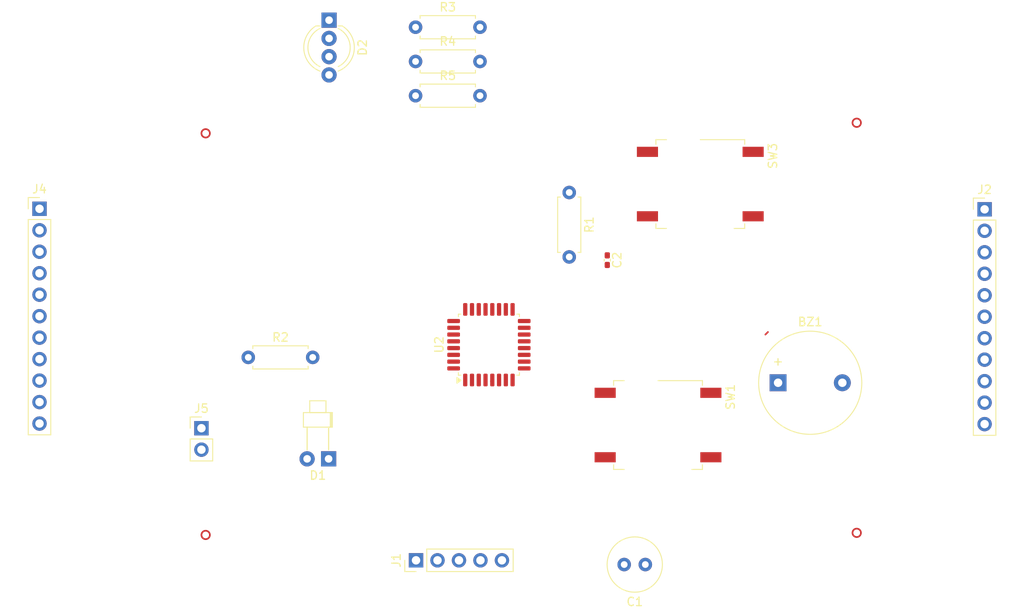
<source format=kicad_pcb>
(kicad_pcb (version 20240108) (generator "pcbnew") (generator_version "8.0")
  (layers (0 "F.Cu" signal) (31 "B.Cu" signal) (34 "B.Paste" user) (35 "F.Paste" user) (36 "B.SilkS" user "B.Silkscreen") (37 "F.SilkS" user "F.Silkscreen") (38 "B.Mask" user) (39 "F.Mask" user) (44 "Edge.Cuts" user))
  (net 0 "")
  (net 1 "LED_R")
  (net 2 "Net-(D1-A)")
  (net 3 "Net-(R1-Pad1)")
  (net 4 "LED_G")
  (net 5 "LED_B")
  (net 6 "Net-(D2-GK)")
  (net 7 "BTN_Code")
  (net 8 "Net-(D2-RK)")
  (net 9 "Net-(D2-BK)")
  (net 10 "GND")
  (net 11 "PA3")
  (net 12 "Buzzer")
  (net 13 "PA2")
  (net 14 "SWDIO")
  (net 15 "PA5")
  (net 16 "PA6")
  (net 17 "PB0")
  (net 18 "SWCLK")
  (net 19 "PA1")
  (net 20 "PA4")
  (net 21 "+3V3")
  (net 22 "NRST")
  (net 23 "Net-(C2-Pad1)")
  (net 24 "+3V5")
  (net 25 "PB5")
  (net 26 "PB7")
  (net 27 "PB3")
  (net 28 "PB6")
  (net 29 "PB4")
  (net 30 "PA15")
  (net 31 "PB8")
  (net 32 "PC6")
  (net 33 "PB1")
  (net 34 "PA0")
  (net 35 "PB9")
  (net 36 "PC14")
  (net 37 "PA9")
  (net 38 "PC15")
  (net 39 "PA10")
  (footprint "Capacitor_SMD:C_0402_1005Metric_Pad0.74x0.62mm_HandSolder" (layer "F.Cu") (at 114.5 124.5 -90)
    (property "Reference" "C2" (at 0 -1.16 90) (layer "F.SilkS"))
    (property "Value" "C")
    (fp_line (start -0.115835 0.36) (end 0.115835 0.36) (stroke (width 0.12)) (layer "F.SilkS"))
    (fp_line (start -0.115835 -0.36) (end 0.115835 -0.36) (stroke (width 0.12)) (layer "F.SilkS"))
    (pad "1" smd roundrect (at -0.5675 0 270) (size 0.735 0.62) (layers "F.Cu" "F.Paste" "F.Mask") (net 23 "Net-(C2-Pad1)"))
    (pad "2" smd roundrect (at 0.5675 0 270) (size 0.735 0.62) (layers "F.Cu" "F.Paste" "F.Mask") (net 7 "BTN_Code"))
  )
  (footprint "Button_Switch_SMD:SW_MEC_5GSH9" (layer "F.Cu") (at 125.5 115.5 -90)
    (property "Reference" "SW3" (at -3.325 -8.575 90) (layer "F.SilkS"))
    (property "Value" "SW_MEC_5E")
    (fp_line (start -5.25 5.25) (end -5.25 4) (stroke (width 0.12)) (layer "F.SilkS"))
    (fp_line (start -4.7 5.25) (end -5.25 5.25) (stroke (width 0.12)) (layer "F.SilkS"))
    (fp_line (start 4.7 5.25) (end 5.25 5.25) (stroke (width 0.12)) (layer "F.SilkS"))
    (fp_line (start 5.25 5.25) (end 5.25 4) (stroke (width 0.12)) (layer "F.SilkS"))
    (fp_line (start -5.25 -5.25) (end -5.25 0) (stroke (width 0.12)) (layer "F.SilkS"))
    (fp_line (start -4.7 -5.25) (end -5.25 -5.25) (stroke (width 0.12)) (layer "F.SilkS"))
    (fp_line (start 4.7 -5.25) (end 5.25 -5.25) (stroke (width 0.12)) (layer "F.SilkS"))
    (fp_line (start 5.25 -5.25) (end 5.25 -4) (stroke (width 0.12)) (layer "F.SilkS"))
    (pad "1" smd rect (at -3.81 -6.25) (size 2.5 1.2) (layers "F.Cu" "F.Paste" "F.Mask") (net 3 "Net-(R1-Pad1)"))
    (pad "2" smd rect (at -3.81 6.25) (size 2.5 1.2) (layers "F.Cu" "F.Paste" "F.Mask") (net 3 "Net-(R1-Pad1)"))
    (pad "3" smd rect (at 3.81 -6.25) (size 2.5 1.2) (layers "F.Cu" "F.Paste" "F.Mask") (net 7 "BTN_Code"))
    (pad "4" smd rect (at 3.81 6.25) (size 2.5 1.2) (layers "F.Cu" "F.Paste" "F.Mask") (net 7 "BTN_Code"))
  )
  (footprint "Resistor_THT:R_Axial_DIN0207_L6.3mm_D2.5mm_P7.62mm_Horizontal" (layer "F.Cu") (at 72.04 136)
    (property "Reference" "R2" (at 3.81 -2.37 0) (layer "F.SilkS"))
    (property "Value" "R")
    (fp_line (start 0.54 -1.37) (end 7.08 -1.37) (stroke (width 0.12)) (layer "F.SilkS"))
    (fp_line (start 0.54 -1.04) (end 0.54 -1.37) (stroke (width 0.12)) (layer "F.SilkS"))
    (fp_line (start 0.54 1.04) (end 0.54 1.37) (stroke (width 0.12)) (layer "F.SilkS"))
    (fp_line (start 0.54 1.37) (end 7.08 1.37) (stroke (width 0.12)) (layer "F.SilkS"))
    (fp_line (start 7.08 -1.37) (end 7.08 -1.04) (stroke (width 0.12)) (layer "F.SilkS"))
    (fp_line (start 7.08 1.37) (end 7.08 1.04) (stroke (width 0.12)) (layer "F.SilkS"))
    (pad "1" thru_hole circle (at 0 0) (size 1.6 1.6) (drill 0.8) (layers "*.Cu" "*.Mask") (net 21 "+3V3"))
    (pad "2" thru_hole oval (at 7.62 0) (size 1.6 1.6) (drill 0.8) (layers "*.Cu" "*.Mask") (net 2 "Net-(D1-A)"))
  )
  (footprint "Connector_PinHeader_2.54mm:PinHeader_1x05_P2.54mm_Vertical" (layer "F.Cu") (at 91.88 160 90)
    (property "Reference" "J1" (at 0 -2.33 90) (layer "F.SilkS"))
    (property "Value" "Conn_01x05")
    (fp_line (start -1.33 -1.33) (end 0 -1.33) (stroke (width 0.12)) (layer "F.SilkS"))
    (fp_line (start -1.33 0) (end -1.33 -1.33) (stroke (width 0.12)) (layer "F.SilkS"))
    (fp_line (start 1.33 1.27) (end 1.33 11.49) (stroke (width 0.12)) (layer "F.SilkS"))
    (fp_line (start -1.33 1.27) (end 1.33 1.27) (stroke (width 0.12)) (layer "F.SilkS"))
    (fp_line (start -1.33 1.27) (end -1.33 11.49) (stroke (width 0.12)) (layer "F.SilkS"))
    (fp_line (start -1.33 11.49) (end 1.33 11.49) (stroke (width 0.12)) (layer "F.SilkS"))
    (pad "1" thru_hole rect (at 0 0 90) (size 1.7 1.7) (drill 1) (layers "*.Cu" "*.Mask") (net 21 "+3V3"))
    (pad "2" thru_hole oval (at 0 2.54 90) (size 1.7 1.7) (drill 1) (layers "*.Cu" "*.Mask") (net 22 "NRST"))
    (pad "3" thru_hole oval (at 0 5.08 90) (size 1.7 1.7) (drill 1) (layers "*.Cu" "*.Mask") (net 18 "SWCLK"))
    (pad "4" thru_hole oval (at 0 7.62 90) (size 1.7 1.7) (drill 1) (layers "*.Cu" "*.Mask") (net 14 "SWDIO"))
    (pad "5" thru_hole oval (at 0 10.16 90) (size 1.7 1.7) (drill 1) (layers "*.Cu" "*.Mask") (net 10 "GND"))
  )
  (footprint "Connector_PinHeader_2.54mm:PinHeader_1x02_P2.54mm_Vertical" (layer "F.Cu") (at 66.5 144.375)
    (property "Reference" "J5" (at 0 -2.33 0) (layer "F.SilkS"))
    (property "Value" "Conn_01x02")
    (fp_line (start -1.33 -1.33) (end 0 -1.33) (stroke (width 0.12)) (layer "F.SilkS"))
    (fp_line (start -1.33 0) (end -1.33 -1.33) (stroke (width 0.12)) (layer "F.SilkS"))
    (fp_line (start -1.33 1.27) (end -1.33 3.87) (stroke (width 0.12)) (layer "F.SilkS"))
    (fp_line (start -1.33 1.27) (end 1.33 1.27) (stroke (width 0.12)) (layer "F.SilkS"))
    (fp_line (start -1.33 3.87) (end 1.33 3.87) (stroke (width 0.12)) (layer "F.SilkS"))
    (fp_line (start 1.33 1.27) (end 1.33 3.87) (stroke (width 0.12)) (layer "F.SilkS"))
    (pad "1" thru_hole rect (at 0 0) (size 1.7 1.7) (drill 1) (layers "*.Cu" "*.Mask") (net 24 "+3V5"))
    (pad "2" thru_hole oval (at 0 2.54) (size 1.7 1.7) (drill 1) (layers "*.Cu" "*.Mask") (net 10 "GND"))
  )
  (footprint "LED_THT:LED_D1.8mm_W1.8mm_H2.4mm_Horizontal_O3.81mm_Z4.9mm" (layer "F.Cu") (at 81.54 148 180)
    (property "Reference" "D1" (at 1.27 -1.96 180) (layer "F.SilkS"))
    (property "Value" "LED")
    (fp_line (start 2.98 5.47) (end 2.98 3.75) (stroke (width 0.12)) (layer "F.SilkS"))
    (fp_line (start 2.98 3.75) (end -0.44 3.75) (stroke (width 0.12)) (layer "F.SilkS"))
    (fp_line (start 2.54 3.75) (end 2.54 3.75) (stroke (width 0.12)) (layer "F.SilkS"))
    (fp_line (start 2.54 3.75) (end 2.54 1.08) (stroke (width 0.12)) (layer "F.SilkS"))
    (fp_line (start 2.54 1.08) (end 2.54 3.75) (stroke (width 0.12)) (layer "F.SilkS"))
    (fp_line (start 2.54 1.08) (end 2.54 1.08) (stroke (width 0.12)) (layer "F.SilkS"))
    (fp_line (start 2.23 6.87) (end 2.23 5.47) (stroke (width 0.12)) (layer "F.SilkS"))
    (fp_line (start 2.23 5.47) (end 0.31 5.47) (stroke (width 0.12)) (layer "F.SilkS"))
    (fp_line (start 0.31 6.87) (end 2.23 6.87) (stroke (width 0.12)) (layer "F.SilkS"))
    (fp_line (start 0.31 5.47) (end 0.31 6.87) (stroke (width 0.12)) (layer "F.SilkS"))
    (fp_line (start 0 3.75) (end 0 3.75) (stroke (width 0.12)) (layer "F.SilkS"))
    (fp_line (start 0 3.75) (end 0 1.08) (stroke (width 0.12)) (layer "F.SilkS"))
    (fp_line (start 0 1.08) (end 0 3.75) (stroke (width 0.12)) (layer "F.SilkS"))
    (fp_line (start 0 1.08) (end 0 1.08) (stroke (width 0.12)) (layer "F.SilkS"))
    (fp_line (start -0.2 3.75) (end -0.2 5.47) (stroke (width 0.12)) (layer "F.SilkS"))
    (fp_line (start -0.32 3.75) (end -0.32 5.47) (stroke (width 0.12)) (layer "F.SilkS"))
    (fp_line (start -0.44 5.47) (end 2.98 5.47) (stroke (width 0.12)) (layer "F.SilkS"))
    (fp_line (start -0.44 3.75) (end -0.44 5.47) (stroke (width 0.12)) (layer "F.SilkS"))
    (pad "1" thru_hole rect (at 0 0 180) (size 1.8 1.8) (drill 0.9) (layers "*.Cu" "*.Mask") (net 10 "GND"))
    (pad "2" thru_hole circle (at 2.54 0 180) (size 1.8 1.8) (drill 0.9) (layers "*.Cu" "*.Mask") (net 2 "Net-(D1-A)"))
  )
  (footprint "Connector_PinHeader_2.54mm:PinHeader_1x11_P2.54mm_Vertical" (layer "F.Cu") (at 47.35 118.425)
    (property "Reference" "J4" (at 0 -2.33 0) (layer "F.SilkS"))
    (property "Value" "Conn_01x07")
    (fp_line (start -1.33 -1.33) (end 0 -1.33) (stroke (width 0.12)) (layer "F.SilkS"))
    (fp_line (start -1.33 0) (end -1.33 -1.33) (stroke (width 0.12)) (layer "F.SilkS"))
    (fp_line (start -1.33 1.27) (end -1.33 26.73) (stroke (width 0.12)) (layer "F.SilkS"))
    (fp_line (start -1.33 1.27) (end 1.33 1.27) (stroke (width 0.12)) (layer "F.SilkS"))
    (fp_line (start -1.33 26.73) (end 1.33 26.73) (stroke (width 0.12)) (layer "F.SilkS"))
    (fp_line (start 1.33 1.27) (end 1.33 26.73) (stroke (width 0.12)) (layer "F.SilkS"))
    (pad "1" thru_hole rect (at 0 0) (size 1.7 1.7) (drill 1) (layers "*.Cu" "*.Mask") (net 39 "PA10"))
    (pad "2" thru_hole oval (at 0 2.54) (size 1.7 1.7) (drill 1) (layers "*.Cu" "*.Mask") (net 30 "PA15"))
    (pad "3" thru_hole oval (at 0 5.08) (size 1.7 1.7) (drill 1) (layers "*.Cu" "*.Mask") (net 37 "PA9"))
    (pad "4" thru_hole oval (at 0 7.62) (size 1.7 1.7) (drill 1) (layers "*.Cu" "*.Mask") (net 27 "PB3"))
    (pad "5" thru_hole oval (at 0 10.16) (size 1.7 1.7) (drill 1) (layers "*.Cu" "*.Mask") (net 29 "PB4"))
    (pad "6" thru_hole oval (at 0 12.7) (size 1.7 1.7) (drill 1) (layers "*.Cu" "*.Mask") (net 25 "PB5"))
    (pad "7" thru_hole oval (at 0 15.24) (size 1.7 1.7) (drill 1) (layers "*.Cu" "*.Mask") (net 28 "PB6"))
    (pad "8" thru_hole oval (at 0 17.78) (size 1.7 1.7) (drill 1) (layers "*.Cu" "*.Mask") (net 26 "PB7"))
    (pad "9" thru_hole oval (at 0 20.32) (size 1.7 1.7) (drill 1) (layers "*.Cu" "*.Mask") (net 31 "PB8"))
    (pad "10" thru_hole oval (at 0 22.86) (size 1.7 1.7) (drill 1) (layers "*.Cu" "*.Mask") (net 35 "PB9"))
    (pad "11" thru_hole oval (at 0 25.4) (size 1.7 1.7) (drill 1) (layers "*.Cu" "*.Mask") (net 36 "PC14"))
  )
  (footprint "Button_Switch_SMD:SW_MEC_5GSH9" (layer "F.Cu") (at 120.5 144 -90)
    (property "Reference" "SW1" (at -3.325 -8.575 90) (layer "F.SilkS"))
    (property "Value" "SW_MEC_5E")
    (fp_line (start -5.25 5.25) (end -5.25 4) (stroke (width 0.12)) (layer "F.SilkS"))
    (fp_line (start -4.7 5.25) (end -5.25 5.25) (stroke (width 0.12)) (layer "F.SilkS"))
    (fp_line (start 4.7 5.25) (end 5.25 5.25) (stroke (width 0.12)) (layer "F.SilkS"))
    (fp_line (start 5.25 5.25) (end 5.25 4) (stroke (width 0.12)) (layer "F.SilkS"))
    (fp_line (start -5.25 -5.25) (end -5.25 0) (stroke (width 0.12)) (layer "F.SilkS"))
    (fp_line (start -4.7 -5.25) (end -5.25 -5.25) (stroke (width 0.12)) (layer "F.SilkS"))
    (fp_line (start 4.7 -5.25) (end 5.25 -5.25) (stroke (width 0.12)) (layer "F.SilkS"))
    (fp_line (start 5.25 -5.25) (end 5.25 -4) (stroke (width 0.12)) (layer "F.SilkS"))
    (pad "1" smd rect (at -3.81 -6.25) (size 2.5 1.2) (layers "F.Cu" "F.Paste" "F.Mask") (net 10 "GND"))
    (pad "2" smd rect (at -3.81 6.25) (size 2.5 1.2) (layers "F.Cu" "F.Paste" "F.Mask") (net 10 "GND"))
    (pad "3" smd rect (at 3.81 -6.25) (size 2.5 1.2) (layers "F.Cu" "F.Paste" "F.Mask") (net 22 "NRST"))
    (pad "4" smd rect (at 3.81 6.25) (size 2.5 1.2) (layers "F.Cu" "F.Paste" "F.Mask") (net 22 "NRST"))
  )
  (footprint "Resistor_THT:R_Axial_DIN0207_L6.3mm_D2.5mm_P7.62mm_Horizontal" (layer "F.Cu") (at 91.825 96.95)
    (property "Reference" "R3" (at 3.81 -2.37 0) (layer "F.SilkS"))
    (property "Value" "1K")
    (fp_line (start 0.54 -1.37) (end 7.08 -1.37) (stroke (width 0.12)) (layer "F.SilkS"))
    (fp_line (start 0.54 -1.04) (end 0.54 -1.37) (stroke (width 0.12)) (layer "F.SilkS"))
    (fp_line (start 0.54 1.04) (end 0.54 1.37) (stroke (width 0.12)) (layer "F.SilkS"))
    (fp_line (start 0.54 1.37) (end 7.08 1.37) (stroke (width 0.12)) (layer "F.SilkS"))
    (fp_line (start 7.08 -1.37) (end 7.08 -1.04) (stroke (width 0.12)) (layer "F.SilkS"))
    (fp_line (start 7.08 1.37) (end 7.08 1.04) (stroke (width 0.12)) (layer "F.SilkS"))
    (pad "1" thru_hole circle (at 0 0) (size 1.6 1.6) (drill 0.8) (layers "*.Cu" "*.Mask") (net 8 "Net-(D2-RK)"))
    (pad "2" thru_hole oval (at 7.62 0) (size 1.6 1.6) (drill 0.8) (layers "*.Cu" "*.Mask") (net 1 "LED_R"))
  )
  (footprint "Package_QFP:LQFP-32_7x7mm_P0.8mm" (layer "F.Cu") (at 100.5 134.5 90)
    (property "Reference" "U2" (at 0 -5.88 -90) (layer "F.SilkS"))
    (property "Value" "STM32G070KBTx")
    (fp_line (start 3.61 -3.61) (end 3.61 -3.31) (stroke (width 0.12)) (layer "F.SilkS"))
    (fp_line (start 3.31 -3.61) (end 3.61 -3.61) (stroke (width 0.12)) (layer "F.SilkS"))
    (fp_line (start -3.31 -3.61) (end -3.61 -3.61) (stroke (width 0.12)) (layer "F.SilkS"))
    (fp_line (start -3.61 -3.61) (end -3.61 -3.31) (stroke (width 0.12)) (layer "F.SilkS"))
    (fp_line (start 3.61 3.61) (end 3.61 3.31) (stroke (width 0.12)) (layer "F.SilkS"))
    (fp_line (start 3.31 3.61) (end 3.61 3.61) (stroke (width 0.12)) (layer "F.SilkS"))
    (fp_line (start -3.31 3.61) (end -3.61 3.61) (stroke (width 0.12)) (layer "F.SilkS"))
    (fp_line (start -3.61 3.61) (end -3.61 3.31) (stroke (width 0.12)) (layer "F.SilkS"))
    (fp_poly (pts (xy -4.2125 -3.31) (xy -4.5525 -3.78) (xy -3.8725 -3.78) (xy -4.2125 -3.31)) (stroke (width 0.12)) (fill solid) (layer "F.SilkS"))
    (pad "1" smd roundrect (at -4.175 -2.8 90) (size 1.5 0.5) (layers "F.Cu" "F.Paste" "F.Mask") (net 35 "PB9"))
    (pad "2" smd roundrect (at -4.175 -2 90) (size 1.5 0.5) (layers "F.Cu" "F.Paste" "F.Mask") (net 36 "PC14"))
    (pad "3" smd roundrect (at -4.175 -1.2 90) (size 1.5 0.5) (layers "F.Cu" "F.Paste" "F.Mask") (net 38 "PC15"))
    (pad "4" smd roundrect (at -4.175 -0.4 90) (size 1.5 0.5) (layers "F.Cu" "F.Paste" "F.Mask") (net 21 "+3V3"))
    (pad "5" smd roundrect (at -4.175 0.4 90) (size 1.5 0.5) (layers "F.Cu" "F.Paste" "F.Mask") (net 10 "GND"))
    (pad "6" smd roundrect (at -4.175 1.2 90) (size 1.5 0.5) (layers "F.Cu" "F.Paste" "F.Mask") (net 22 "NRST"))
    (pad "7" smd roundrect (at -4.175 2 90) (size 1.5 0.5) (layers "F.Cu" "F.Paste" "F.Mask") (net 34 "PA0"))
    (pad "8" smd roundrect (at -4.175 2.8 90) (size 1.5 0.5) (layers "F.Cu" "F.Paste" "F.Mask") (net 19 "PA1"))
    (pad "9" smd roundrect (at -2.8 4.175 90) (size 0.5 1.5) (layers "F.Cu" "F.Paste" "F.Mask") (net 13 "PA2"))
    (pad "10" smd roundrect (at -2 4.175 90) (size 0.5 1.5) (layers "F.Cu" "F.Paste" "F.Mask") (net 11 "PA3"))
    (pad "11" smd roundrect (at -1.2 4.175 90) (size 0.5 1.5) (layers "F.Cu" "F.Paste" "F.Mask") (net 20 "PA4"))
    (pad "12" smd roundrect (at -0.4 4.175 90) (size 0.5 1.5) (layers "F.Cu" "F.Paste" "F.Mask") (net 15 "PA5"))
    (pad "13" smd roundrect (at 0.4 4.175 90) (size 0.5 1.5) (layers "F.Cu" "F.Paste" "F.Mask") (net 16 "PA6"))
    (pad "14" smd roundrect (at 1.2 4.175 90) (size 0.5 1.5) (layers "F.Cu" "F.Paste" "F.Mask") (net 12 "Buzzer"))
    (pad "15" smd roundrect (at 2 4.175 90) (size 0.5 1.5) (layers "F.Cu" "F.Paste" "F.Mask") (net 17 "PB0"))
    (pad "16" smd roundrect (at 2.8 4.175 90) (size 0.5 1.5) (layers "F.Cu" "F.Paste" "F.Mask") (net 33 "PB1"))
    (pad "17" smd roundrect (at 4.175 2.8 90) (size 1.5 0.5) (layers "F.Cu" "F.Paste" "F.Mask") (net 5 "LED_B"))
    (pad "18" smd roundrect (at 4.175 2 90) (size 1.5 0.5) (layers "F.Cu" "F.Paste" "F.Mask") (net 1 "LED_R"))
    (pad "19" smd roundrect (at 4.175 1.2 90) (size 1.5 0.5) (layers "F.Cu" "F.Paste" "F.Mask") (net 4 "LED_G"))
    (pad "20" smd roundrect (at 4.175 0.4 90) (size 1.5 0.5) (layers "F.Cu" "F.Paste" "F.Mask") (net 32 "PC6"))
    (pad "21" smd roundrect (at 4.175 -0.4 90) (size 1.5 0.5) (layers "F.Cu" "F.Paste" "F.Mask") (net 39 "PA10"))
    (pad "22" smd roundrect (at 4.175 -1.2 90) (size 1.5 0.5) (layers "F.Cu" "F.Paste" "F.Mask") (net 37 "PA9"))
    (pad "23" smd roundrect (at 4.175 -2 90) (size 1.5 0.5) (layers "F.Cu" "F.Paste" "F.Mask") (net 7 "BTN_Code"))
    (pad "24" smd roundrect (at 4.175 -2.8 90) (size 1.5 0.5) (layers "F.Cu" "F.Paste" "F.Mask") (net 14 "SWDIO"))
    (pad "25" smd roundrect (at 2.8 -4.175 90) (size 0.5 1.5) (layers "F.Cu" "F.Paste" "F.Mask") (net 18 "SWCLK"))
    (pad "26" smd roundrect (at 2 -4.175 90) (size 0.5 1.5) (layers "F.Cu" "F.Paste" "F.Mask") (net 30 "PA15"))
    (pad "27" smd roundrect (at 1.2 -4.175 90) (size 0.5 1.5) (layers "F.Cu" "F.Paste" "F.Mask") (net 27 "PB3"))
    (pad "28" smd roundrect (at 0.4 -4.175 90) (size 0.5 1.5) (layers "F.Cu" "F.Paste" "F.Mask") (net 29 "PB4"))
    (pad "29" smd roundrect (at -0.4 -4.175 90) (size 0.5 1.5) (layers "F.Cu" "F.Paste" "F.Mask") (net 25 "PB5"))
    (pad "30" smd roundrect (at -1.2 -4.175 90) (size 0.5 1.5) (layers "F.Cu" "F.Paste" "F.Mask") (net 28 "PB6"))
    (pad "31" smd roundrect (at -2 -4.175 90) (size 0.5 1.5) (layers "F.Cu" "F.Paste" "F.Mask") (net 26 "PB7"))
    (pad "32" smd roundrect (at -2.8 -4.175 90) (size 0.5 1.5) (layers "F.Cu" "F.Paste" "F.Mask") (net 31 "PB8"))
  )
  (footprint "LED_THT:LED_D5.0mm-4_RGB_Wide_Pins" (layer "F.Cu") (at 81.595 96.116 -90)
    (property "Reference" "D2" (at 3.2385 -3.96 90) (layer "F.SilkS"))
    (property "Value" "LED_RGB")
    (fp_line (start 0.6785 1.08) (end 0.6785 1.545) (stroke (width 0.12)) (layer "F.SilkS"))
    (fp_line (start 0.6785 -1.545) (end 0.6785 -1.08) (stroke (width 0.12)) (layer "F.SilkS"))
    (fp_arc (start 6.026315 1.080827) (mid 3.496956 2.978808) (end 0.6785 1.54483) (stroke (width 0.12)) (layer "F.SilkS"))
    (fp_arc (start 5.492979 1.080429) (mid 3.238262 2.5) (end 0.983816 1.08) (stroke (width 0.12)) (layer "F.SilkS"))
    (fp_arc (start 0.983816 -1.08) (mid 3.238262 -2.5) (end 5.492979 -1.080429) (stroke (width 0.12)) (layer "F.SilkS"))
    (fp_arc (start 0.6785 -1.54483) (mid 3.496956 -2.978809) (end 6.026315 -1.080827) (stroke (width 0.12)) (layer "F.SilkS"))
    (pad "1" thru_hole rect (at 0 0 270) (size 1.8 1.8) (drill 0.9) (layers "*.Cu" "*.Mask") (net 10 "GND"))
    (pad "2" thru_hole circle (at 2.159 0 270) (size 1.8 1.8) (drill 0.9) (layers "*.Cu" "*.Mask") (net 8 "Net-(D2-RK)"))
    (pad "3" thru_hole circle (at 4.318 0 270) (size 1.8 1.8) (drill 0.9) (layers "*.Cu" "*.Mask") (net 6 "Net-(D2-GK)"))
    (pad "4" thru_hole circle (at 6.477 0 270) (size 1.8 1.8) (drill 0.9) (layers "*.Cu" "*.Mask") (net 9 "Net-(D2-BK)"))
  )
  (footprint "Connector_PinHeader_2.54mm:PinHeader_1x11_P2.54mm_Vertical" (layer "F.Cu") (at 159.125 118.49)
    (property "Reference" "J2" (at 0 -2.33 0) (layer "F.SilkS"))
    (property "Value" "Conn_01x07")
    (fp_line (start -1.33 -1.33) (end 0 -1.33) (stroke (width 0.12)) (layer "F.SilkS"))
    (fp_line (start -1.33 0) (end -1.33 -1.33) (stroke (width 0.12)) (layer "F.SilkS"))
    (fp_line (start -1.33 1.27) (end -1.33 26.73) (stroke (width 0.12)) (layer "F.SilkS"))
    (fp_line (start -1.33 1.27) (end 1.33 1.27) (stroke (width 0.12)) (layer "F.SilkS"))
    (fp_line (start -1.33 26.73) (end 1.33 26.73) (stroke (width 0.12)) (layer "F.SilkS"))
    (fp_line (start 1.33 1.27) (end 1.33 26.73) (stroke (width 0.12)) (layer "F.SilkS"))
    (pad "1" thru_hole rect (at 0 0) (size 1.7 1.7) (drill 1) (layers "*.Cu" "*.Mask") (net 32 "PC6"))
    (pad "2" thru_hole oval (at 0 2.54) (size 1.7 1.7) (drill 1) (layers "*.Cu" "*.Mask") (net 33 "PB1"))
    (pad "3" thru_hole oval (at 0 5.08) (size 1.7 1.7) (drill 1) (layers "*.Cu" "*.Mask") (net 17 "PB0"))
    (pad "4" thru_hole oval (at 0 7.62) (size 1.7 1.7) (drill 1) (layers "*.Cu" "*.Mask") (net 16 "PA6"))
    (pad "5" thru_hole oval (at 0 10.16) (size 1.7 1.7) (drill 1) (layers "*.Cu" "*.Mask") (net 15 "PA5"))
    (pad "6" thru_hole oval (at 0 12.7) (size 1.7 1.7) (drill 1) (layers "*.Cu" "*.Mask") (net 20 "PA4"))
    (pad "7" thru_hole oval (at 0 15.24) (size 1.7 1.7) (drill 1) (layers "*.Cu" "*.Mask") (net 13 "PA2"))
    (pad "8" thru_hole oval (at 0 17.78) (size 1.7 1.7) (drill 1) (layers "*.Cu" "*.Mask") (net 11 "PA3"))
    (pad "9" thru_hole oval (at 0 20.32) (size 1.7 1.7) (drill 1) (layers "*.Cu" "*.Mask") (net 19 "PA1"))
    (pad "10" thru_hole oval (at 0 22.86) (size 1.7 1.7) (drill 1) (layers "*.Cu" "*.Mask") (net 34 "PA0"))
    (pad "11" thru_hole oval (at 0 25.4) (size 1.7 1.7) (drill 1) (layers "*.Cu" "*.Mask") (net 38 "PC15"))
  )
  (footprint "Resistor_THT:R_Axial_DIN0207_L6.3mm_D2.5mm_P7.62mm_Horizontal" (layer "F.Cu") (at 110 116.5 -90)
    (property "Reference" "R1" (at 3.81 -2.37 -90) (layer "F.SilkS"))
    (property "Value" "100")
    (fp_line (start 0.54 1.37) (end 7.08 1.37) (stroke (width 0.12)) (layer "F.SilkS"))
    (fp_line (start 7.08 1.37) (end 7.08 1.04) (stroke (width 0.12)) (layer "F.SilkS"))
    (fp_line (start 0.54 1.04) (end 0.54 1.37) (stroke (width 0.12)) (layer "F.SilkS"))
    (fp_line (start 0.54 -1.04) (end 0.54 -1.37) (stroke (width 0.12)) (layer "F.SilkS"))
    (fp_line (start 0.54 -1.37) (end 7.08 -1.37) (stroke (width 0.12)) (layer "F.SilkS"))
    (fp_line (start 7.08 -1.37) (end 7.08 -1.04) (stroke (width 0.12)) (layer "F.SilkS"))
    (pad "1" thru_hole circle (at 0 0 270) (size 1.6 1.6) (drill 0.8) (layers "*.Cu" "*.Mask") (net 3 "Net-(R1-Pad1)"))
    (pad "2" thru_hole oval (at 7.62 0 270) (size 1.6 1.6) (drill 0.8) (layers "*.Cu" "*.Mask") (net 23 "Net-(C2-Pad1)"))
  )
  (footprint "Buzzer_Beeper:Buzzer_12x9.5RM7.6" (layer "F.Cu") (at 134.7 139)
    (property "Reference" "BZ1" (at 3.8 -7.2 0) (layer "F.SilkS"))
    (property "Value" "Buzzer")
    (fp_circle (center 3.8 0) (end 9.9 0) (stroke (width 0.12)) (fill none) (layer "F.SilkS"))
    (fp_text user "+" (at -0.01 -2.54 0) (layer "F.SilkS"))
    (pad "1" thru_hole rect (at 0 0) (size 2 2) (drill 1) (layers "*.Cu" "*.Mask") (net 12 "Buzzer"))
    (pad "2" thru_hole circle (at 7.6 0) (size 2 2) (drill 1) (layers "*.Cu" "*.Mask") (net 10 "GND"))
  )
  (footprint "Capacitor_THT:C_Radial_D6.3mm_H5.0mm_P2.50mm" (layer "F.Cu") (at 119 160.5 180)
    (property "Reference" "C1" (at 1.25 -4.4 180) (layer "F.SilkS"))
    (property "Value" "C")
    (fp_circle (center 1.25 0) (end 4.52 0) (stroke (width 0.12)) (fill none) (layer "F.SilkS"))
    (pad "1" thru_hole circle (at 0 0 180) (size 1.6 1.6) (drill 0.8) (layers "*.Cu" "*.Mask") (net 22 "NRST"))
    (pad "2" thru_hole circle (at 2.5 0 180) (size 1.6 1.6) (drill 0.8) (layers "*.Cu" "*.Mask") (net 10 "GND"))
  )
  (footprint "Resistor_THT:R_Axial_DIN0207_L6.3mm_D2.5mm_P7.62mm_Horizontal" (layer "F.Cu") (at 91.825 101)
    (property "Reference" "R4" (at 3.81 -2.37 0) (layer "F.SilkS"))
    (property "Value" "1K")
    (fp_line (start 0.54 -1.37) (end 7.08 -1.37) (stroke (width 0.12)) (layer "F.SilkS"))
    (fp_line (start 0.54 -1.04) (end 0.54 -1.37) (stroke (width 0.12)) (layer "F.SilkS"))
    (fp_line (start 0.54 1.04) (end 0.54 1.37) (stroke (width 0.12)) (layer "F.SilkS"))
    (fp_line (start 0.54 1.37) (end 7.08 1.37) (stroke (width 0.12)) (layer "F.SilkS"))
    (fp_line (start 7.08 -1.37) (end 7.08 -1.04) (stroke (width 0.12)) (layer "F.SilkS"))
    (fp_line (start 7.08 1.37) (end 7.08 1.04) (stroke (width 0.12)) (layer "F.SilkS"))
    (pad "1" thru_hole circle (at 0 0) (size 1.6 1.6) (drill 0.8) (layers "*.Cu" "*.Mask") (net 6 "Net-(D2-GK)"))
    (pad "2" thru_hole oval (at 7.62 0) (size 1.6 1.6) (drill 0.8) (layers "*.Cu" "*.Mask") (net 4 "LED_G"))
  )
  (footprint "Resistor_THT:R_Axial_DIN0207_L6.3mm_D2.5mm_P7.62mm_Horizontal" (layer "F.Cu") (at 91.825 105.05)
    (property "Reference" "R5" (at 3.81 -2.37 0) (layer "F.SilkS"))
    (property "Value" "1K")
    (fp_line (start 0.54 -1.37) (end 7.08 -1.37) (stroke (width 0.12)) (layer "F.SilkS"))
    (fp_line (start 0.54 -1.04) (end 0.54 -1.37) (stroke (width 0.12)) (layer "F.SilkS"))
    (fp_line (start 0.54 1.04) (end 0.54 1.37) (stroke (width 0.12)) (layer "F.SilkS"))
    (fp_line (start 0.54 1.37) (end 7.08 1.37) (stroke (width 0.12)) (layer "F.SilkS"))
    (fp_line (start 7.08 -1.37) (end 7.08 -1.04) (stroke (width 0.12)) (layer "F.SilkS"))
    (fp_line (start 7.08 1.37) (end 7.08 1.04) (stroke (width 0.12)) (layer "F.SilkS"))
    (pad "1" thru_hole circle (at 0 0) (size 1.6 1.6) (drill 0.8) (layers "*.Cu" "*.Mask") (net 9 "Net-(D2-BK)"))
    (pad "2" thru_hole oval (at 7.62 0) (size 1.6 1.6) (drill 0.8) (layers "*.Cu" "*.Mask") (net 5 "LED_B"))
  )
  (gr_circle (center 67 157) (end 66.5 157) (stroke (width 0.2)) (fill none) (layer "F.Cu"))
  (gr_circle (center 144 108.25) (end 143.5 108.25) (stroke (width 0.2)) (fill none) (layer "F.Cu"))
  (gr_circle (center 67 109.5) (end 66.5 109.5) (stroke (width 0.2)) (fill none) (layer "F.Cu"))
  (gr_circle (center 144 156.75) (end 143.5 156.75) (stroke (width 0.2)) (fill none) (layer "F.Cu"))
  (segment (start 100.75 138.825) (end 100.9 138.675) (width 0.2) (layer "F.Cu") (net 10))
  (segment (start 133.5 133) (end 133.2 133.3) (width 0.2) (layer "F.Cu") (net 12))
  (segment (start 100.92 130.305) (end 100.9 130.325) (width 0.2) (layer "F.Cu") (net 32))
)
</source>
